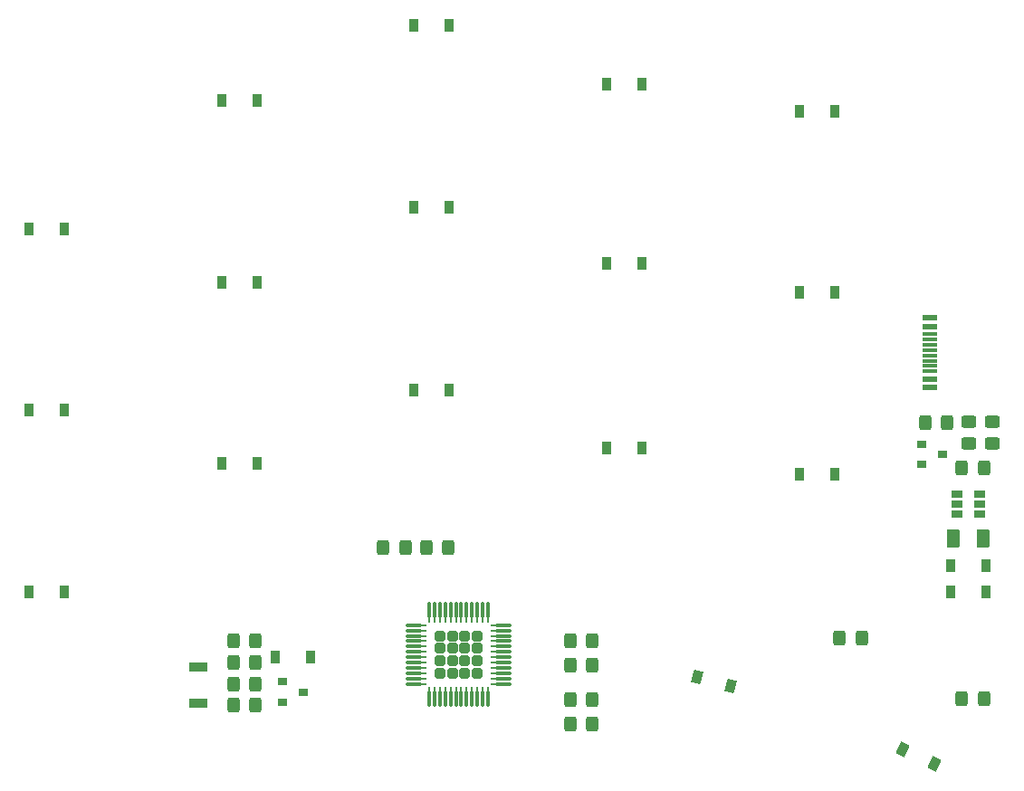
<source format=gbr>
%TF.GenerationSoftware,KiCad,Pcbnew,(6.0.7)*%
%TF.CreationDate,2022-09-28T21:23:56+08:00*%
%TF.ProjectId,ferris_left,66657272-6973-45f6-9c65-66742e6b6963,rev?*%
%TF.SameCoordinates,Original*%
%TF.FileFunction,Paste,Top*%
%TF.FilePolarity,Positive*%
%FSLAX46Y46*%
G04 Gerber Fmt 4.6, Leading zero omitted, Abs format (unit mm)*
G04 Created by KiCad (PCBNEW (6.0.7)) date 2022-09-28 21:23:56*
%MOMM*%
%LPD*%
G01*
G04 APERTURE LIST*
G04 Aperture macros list*
%AMRoundRect*
0 Rectangle with rounded corners*
0 $1 Rounding radius*
0 $2 $3 $4 $5 $6 $7 $8 $9 X,Y pos of 4 corners*
0 Add a 4 corners polygon primitive as box body*
4,1,4,$2,$3,$4,$5,$6,$7,$8,$9,$2,$3,0*
0 Add four circle primitives for the rounded corners*
1,1,$1+$1,$2,$3*
1,1,$1+$1,$4,$5*
1,1,$1+$1,$6,$7*
1,1,$1+$1,$8,$9*
0 Add four rect primitives between the rounded corners*
20,1,$1+$1,$2,$3,$4,$5,0*
20,1,$1+$1,$4,$5,$6,$7,0*
20,1,$1+$1,$6,$7,$8,$9,0*
20,1,$1+$1,$8,$9,$2,$3,0*%
%AMRotRect*
0 Rectangle, with rotation*
0 The origin of the aperture is its center*
0 $1 length*
0 $2 width*
0 $3 Rotation angle, in degrees counterclockwise*
0 Add horizontal line*
21,1,$1,$2,0,0,$3*%
G04 Aperture macros list end*
%ADD10RoundRect,0.250000X0.325000X0.450000X-0.325000X0.450000X-0.325000X-0.450000X0.325000X-0.450000X0*%
%ADD11R,0.900000X1.200000*%
%ADD12R,1.450000X0.600000*%
%ADD13R,1.450000X0.300000*%
%ADD14RotRect,0.900000X1.200000X335.000000*%
%ADD15RotRect,0.900000X1.200000X345.000000*%
%ADD16RoundRect,0.250000X-0.325000X-0.450000X0.325000X-0.450000X0.325000X0.450000X-0.325000X0.450000X0*%
%ADD17RoundRect,0.250000X0.375000X0.625000X-0.375000X0.625000X-0.375000X-0.625000X0.375000X-0.625000X0*%
%ADD18RoundRect,0.250000X0.450000X-0.325000X0.450000X0.325000X-0.450000X0.325000X-0.450000X-0.325000X0*%
%ADD19R,0.900000X0.800000*%
%ADD20R,1.700000X0.900000*%
%ADD21RoundRect,0.249323X0.249323X-0.249323X0.249323X0.249323X-0.249323X0.249323X-0.249323X-0.249323X0*%
%ADD22RoundRect,0.062500X0.062500X-0.375000X0.062500X0.375000X-0.062500X0.375000X-0.062500X-0.375000X0*%
%ADD23RoundRect,0.075000X0.075000X-0.662500X0.075000X0.662500X-0.075000X0.662500X-0.075000X-0.662500X0*%
%ADD24RoundRect,0.062500X0.375000X-0.062500X0.375000X0.062500X-0.375000X0.062500X-0.375000X-0.062500X0*%
%ADD25RoundRect,0.075000X0.662500X-0.075000X0.662500X0.075000X-0.662500X0.075000X-0.662500X-0.075000X0*%
%ADD26R,1.060000X0.650000*%
G04 APERTURE END LIST*
D10*
%TO.C,R1*%
X106172204Y-54811285D03*
X104122204Y-54811285D03*
%TD*%
D11*
%TO.C,D2_1*%
X38350000Y-58650000D03*
X41650000Y-58650000D03*
%TD*%
%TO.C,D1_0*%
X20350000Y-53650000D03*
X23650000Y-53650000D03*
%TD*%
%TO.C,D2_4*%
X92350000Y-59650000D03*
X95650000Y-59650000D03*
%TD*%
%TO.C,D2_0*%
X20350000Y-70650000D03*
X23650000Y-70650000D03*
%TD*%
%TO.C,D0_2*%
X56350000Y-17650000D03*
X59650000Y-17650000D03*
%TD*%
D12*
%TO.C,J1*%
X104540000Y-51510000D03*
X104540000Y-50710000D03*
D13*
X104540000Y-49510000D03*
X104540000Y-48510000D03*
X104540000Y-48010000D03*
X104540000Y-47010000D03*
D12*
X104540000Y-45810000D03*
X104540000Y-45010000D03*
X104540000Y-45010000D03*
X104540000Y-45810000D03*
D13*
X104540000Y-46510000D03*
X104540000Y-47510000D03*
X104540000Y-49010000D03*
X104540000Y-50010000D03*
D12*
X104540000Y-50710000D03*
X104540000Y-51510000D03*
%TD*%
D11*
%TO.C,D1_1*%
X38350000Y-41650000D03*
X41650000Y-41650000D03*
%TD*%
%TO.C,D0_3*%
X74350000Y-23150000D03*
X77650000Y-23150000D03*
%TD*%
D14*
%TO.C,D3_4*%
X102022726Y-85359459D03*
X105013542Y-86754099D03*
%TD*%
D11*
%TO.C,D2_2*%
X56350000Y-51800000D03*
X59650000Y-51800000D03*
%TD*%
D15*
%TO.C,D3_3*%
X82771223Y-78627948D03*
X85958779Y-79482050D03*
%TD*%
D11*
%TO.C,D1_3*%
X74350000Y-39900000D03*
X77650000Y-39900000D03*
%TD*%
%TO.C,D1_2*%
X56350000Y-34650000D03*
X59650000Y-34650000D03*
%TD*%
D16*
%TO.C,R2*%
X107560000Y-59055000D03*
X109610000Y-59055000D03*
%TD*%
D11*
%TO.C,D0_0*%
X20350000Y-36650000D03*
X23650000Y-36650000D03*
%TD*%
%TO.C,D1_4*%
X92350000Y-42650000D03*
X95650000Y-42650000D03*
%TD*%
%TO.C,D0_4*%
X92350000Y-25650000D03*
X95650000Y-25650000D03*
%TD*%
%TO.C,D0_1*%
X38350000Y-24650000D03*
X41650000Y-24650000D03*
%TD*%
%TO.C,D2_3*%
X74350000Y-57150000D03*
X77650000Y-57150000D03*
%TD*%
D17*
%TO.C,F1*%
X109570001Y-65670003D03*
X106770001Y-65670003D03*
%TD*%
D18*
%TO.C,C1*%
X110396873Y-56751612D03*
X110396873Y-54701612D03*
%TD*%
D16*
%TO.C,C2*%
X96130000Y-74930000D03*
X98180000Y-74930000D03*
%TD*%
D10*
%TO.C,C3*%
X41525000Y-77250000D03*
X39475000Y-77250000D03*
%TD*%
%TO.C,C4*%
X41525000Y-81250000D03*
X39475000Y-81250000D03*
%TD*%
%TO.C,C5*%
X55525000Y-66500000D03*
X53475000Y-66500000D03*
%TD*%
D16*
%TO.C,C6*%
X57475000Y-66500000D03*
X59525000Y-66500000D03*
%TD*%
%TO.C,C7*%
X70975000Y-80750000D03*
X73025000Y-80750000D03*
%TD*%
%TO.C,C8*%
X70975000Y-83000000D03*
X73025000Y-83000000D03*
%TD*%
%TO.C,C9*%
X39475000Y-79250000D03*
X41525000Y-79250000D03*
%TD*%
D10*
%TO.C,C10*%
X73025000Y-77500000D03*
X70975000Y-77500000D03*
%TD*%
%TO.C,C11*%
X73025000Y-75250000D03*
X70975000Y-75250000D03*
%TD*%
D11*
%TO.C,D1*%
X109820001Y-68170003D03*
X106520001Y-68170003D03*
%TD*%
%TO.C,D2*%
X109820001Y-70670003D03*
X106520001Y-70670003D03*
%TD*%
%TO.C,D3*%
X43350000Y-76750000D03*
X46650000Y-76750000D03*
%TD*%
D19*
%TO.C,Q1*%
X44000000Y-79050000D03*
X44000000Y-80950000D03*
X46000000Y-80000000D03*
%TD*%
D16*
%TO.C,R4*%
X107560000Y-80645000D03*
X109610000Y-80645000D03*
%TD*%
D10*
%TO.C,R5*%
X41525000Y-75250000D03*
X39475000Y-75250000D03*
%TD*%
D20*
%TO.C,SW1*%
X36195000Y-77675000D03*
X36195000Y-81075000D03*
%TD*%
D21*
%TO.C,U1*%
X62243750Y-75918750D03*
X58756250Y-78243750D03*
X61081250Y-74756250D03*
X62243750Y-78243750D03*
X58756250Y-77081250D03*
X58756250Y-75918750D03*
X62243750Y-77081250D03*
X59918750Y-77081250D03*
X58756250Y-74756250D03*
X59918750Y-75918750D03*
X61081250Y-75918750D03*
X61081250Y-78243750D03*
X61081250Y-77081250D03*
X59918750Y-78243750D03*
X62243750Y-74756250D03*
X59918750Y-74756250D03*
D22*
X57750000Y-79937500D03*
D23*
X57750000Y-80662500D03*
X58250000Y-80662500D03*
D22*
X58250000Y-79937500D03*
D23*
X58750000Y-80662500D03*
D22*
X58750000Y-79937500D03*
X59250000Y-79937500D03*
D23*
X59250000Y-80662500D03*
D22*
X59750000Y-79937500D03*
D23*
X59750000Y-80662500D03*
X60250000Y-80662500D03*
D22*
X60250000Y-79937500D03*
X60750000Y-79937500D03*
D23*
X60750000Y-80662500D03*
X61250000Y-80662500D03*
D22*
X61250000Y-79937500D03*
D23*
X61750000Y-80662500D03*
D22*
X61750000Y-79937500D03*
D23*
X62250000Y-80662500D03*
D22*
X62250000Y-79937500D03*
X62750000Y-79937500D03*
D23*
X62750000Y-80662500D03*
X63250000Y-80662500D03*
D22*
X63250000Y-79937500D03*
D24*
X63937500Y-79250000D03*
D25*
X64662500Y-79250000D03*
D24*
X63937500Y-78750000D03*
D25*
X64662500Y-78750000D03*
D24*
X63937500Y-78250000D03*
D25*
X64662500Y-78250000D03*
X64662500Y-77750000D03*
D24*
X63937500Y-77750000D03*
X63937500Y-77250000D03*
D25*
X64662500Y-77250000D03*
D24*
X63937500Y-76750000D03*
D25*
X64662500Y-76750000D03*
X64662500Y-76250000D03*
D24*
X63937500Y-76250000D03*
D25*
X64662500Y-75750000D03*
D24*
X63937500Y-75750000D03*
D25*
X64662500Y-75250000D03*
D24*
X63937500Y-75250000D03*
X63937500Y-74750000D03*
D25*
X64662500Y-74750000D03*
D24*
X63937500Y-74250000D03*
D25*
X64662500Y-74250000D03*
D24*
X63937500Y-73750000D03*
D25*
X64662500Y-73750000D03*
D23*
X63250000Y-72337500D03*
D22*
X63250000Y-73062500D03*
X62750000Y-73062500D03*
D23*
X62750000Y-72337500D03*
X62250000Y-72337500D03*
D22*
X62250000Y-73062500D03*
D23*
X61750000Y-72337500D03*
D22*
X61750000Y-73062500D03*
X61250000Y-73062500D03*
D23*
X61250000Y-72337500D03*
D22*
X60750000Y-73062500D03*
D23*
X60750000Y-72337500D03*
D22*
X60250000Y-73062500D03*
D23*
X60250000Y-72337500D03*
D22*
X59750000Y-73062500D03*
D23*
X59750000Y-72337500D03*
X59250000Y-72337500D03*
D22*
X59250000Y-73062500D03*
D23*
X58750000Y-72337500D03*
D22*
X58750000Y-73062500D03*
X58250000Y-73062500D03*
D23*
X58250000Y-72337500D03*
X57750000Y-72337500D03*
D22*
X57750000Y-73062500D03*
D25*
X56337500Y-73750000D03*
D24*
X57062500Y-73750000D03*
D25*
X56337500Y-74250000D03*
D24*
X57062500Y-74250000D03*
X57062500Y-74750000D03*
D25*
X56337500Y-74750000D03*
D24*
X57062500Y-75250000D03*
D25*
X56337500Y-75250000D03*
D24*
X57062500Y-75750000D03*
D25*
X56337500Y-75750000D03*
X56337500Y-76250000D03*
D24*
X57062500Y-76250000D03*
D25*
X56337500Y-76750000D03*
D24*
X57062500Y-76750000D03*
X57062500Y-77250000D03*
D25*
X56337500Y-77250000D03*
D24*
X57062500Y-77750000D03*
D25*
X56337500Y-77750000D03*
X56337500Y-78250000D03*
D24*
X57062500Y-78250000D03*
X57062500Y-78750000D03*
D25*
X56337500Y-78750000D03*
X56337500Y-79250000D03*
D24*
X57062500Y-79250000D03*
%TD*%
D19*
%TO.C,U3*%
X103775000Y-56835000D03*
X103775000Y-58735000D03*
X105775000Y-57785000D03*
%TD*%
D26*
%TO.C,U4*%
X107070001Y-61470003D03*
X107070001Y-62420003D03*
X107070001Y-63370003D03*
X109270001Y-63370003D03*
X109270001Y-62420003D03*
X109270001Y-61470003D03*
%TD*%
D18*
%TO.C,R3*%
X108189320Y-56751612D03*
X108189320Y-54701612D03*
%TD*%
M02*

</source>
